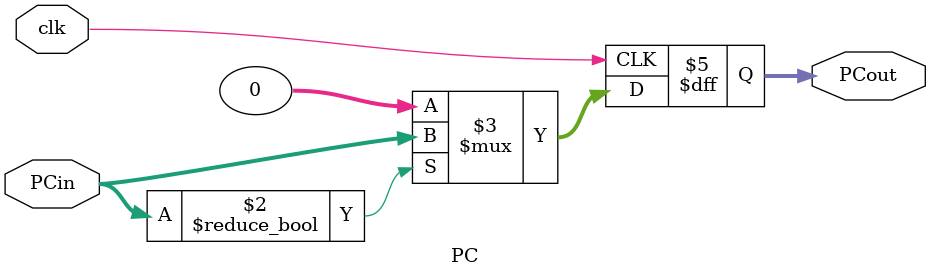
<source format=v>
`timescale 1ns/1ns

module PC (
    input clk,
    input [31:0] PCin,
    output reg [31:0] PCout
);

initial begin
    PCout = 32'd0;
end

always @(posedge clk)
    begin
        PCout = (PCin) ? PCin : 32'd0;
    end
    
endmodule
</source>
